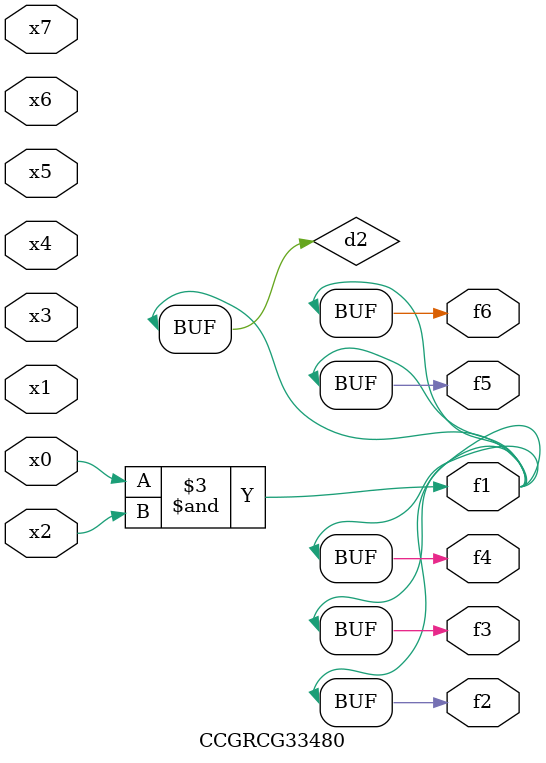
<source format=v>
module CCGRCG33480(
	input x0, x1, x2, x3, x4, x5, x6, x7,
	output f1, f2, f3, f4, f5, f6
);

	wire d1, d2;

	nor (d1, x3, x6);
	and (d2, x0, x2);
	assign f1 = d2;
	assign f2 = d2;
	assign f3 = d2;
	assign f4 = d2;
	assign f5 = d2;
	assign f6 = d2;
endmodule

</source>
